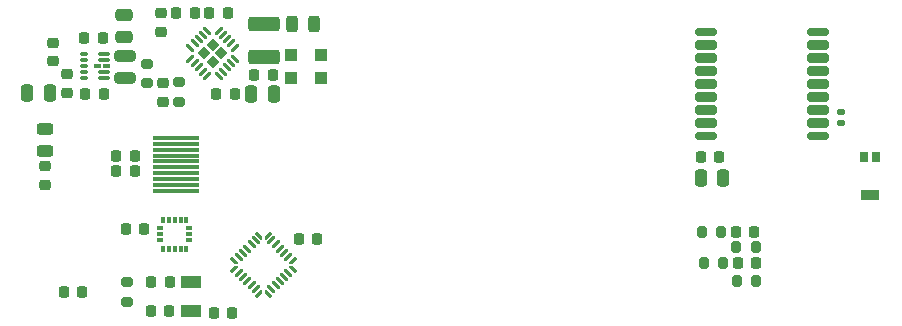
<source format=gbr>
%TF.GenerationSoftware,KiCad,Pcbnew,(6.0.0)*%
%TF.CreationDate,2022-01-24T21:03:07-07:00*%
%TF.ProjectId,SolarGPS,536f6c61-7247-4505-932e-6b696361645f,rev?*%
%TF.SameCoordinates,Original*%
%TF.FileFunction,Paste,Top*%
%TF.FilePolarity,Positive*%
%FSLAX46Y46*%
G04 Gerber Fmt 4.6, Leading zero omitted, Abs format (unit mm)*
G04 Created by KiCad (PCBNEW (6.0.0)) date 2022-01-24 21:03:07*
%MOMM*%
%LPD*%
G01*
G04 APERTURE LIST*
G04 Aperture macros list*
%AMRoundRect*
0 Rectangle with rounded corners*
0 $1 Rounding radius*
0 $2 $3 $4 $5 $6 $7 $8 $9 X,Y pos of 4 corners*
0 Add a 4 corners polygon primitive as box body*
4,1,4,$2,$3,$4,$5,$6,$7,$8,$9,$2,$3,0*
0 Add four circle primitives for the rounded corners*
1,1,$1+$1,$2,$3*
1,1,$1+$1,$4,$5*
1,1,$1+$1,$6,$7*
1,1,$1+$1,$8,$9*
0 Add four rect primitives between the rounded corners*
20,1,$1+$1,$2,$3,$4,$5,0*
20,1,$1+$1,$4,$5,$6,$7,0*
20,1,$1+$1,$6,$7,$8,$9,0*
20,1,$1+$1,$8,$9,$2,$3,0*%
%AMOutline4P*
0 Free polygon, 4 corners , with rotation*
0 The origin of the aperture is its center*
0 number of corners: always 4*
0 $1 to $8 corner X, Y*
0 $9 Rotation angle, in degrees counterclockwise*
0 create outline with 4 corners*
4,1,4,$1,$2,$3,$4,$5,$6,$7,$8,$1,$2,$9*%
%AMFreePoly0*
4,1,17,0.230680,0.111820,0.364318,-0.021819,0.364320,-0.021820,0.364320,-0.021821,0.377501,-0.053640,0.377500,-0.053642,0.377500,-0.080000,0.364320,-0.111820,0.332500,-0.125000,-0.332500,-0.125000,-0.364320,-0.111820,-0.377500,-0.080000,-0.377500,0.080000,-0.364320,0.111820,-0.332500,0.125000,0.198860,0.125000,0.230680,0.111820,0.230680,0.111820,$1*%
%AMFreePoly1*
4,1,17,0.364320,0.111820,0.377500,0.080000,0.377500,0.053642,0.377501,0.053640,0.369779,0.035000,0.364320,0.021820,0.364318,0.021819,0.230680,-0.111820,0.198860,-0.125000,-0.332500,-0.125000,-0.364320,-0.111820,-0.377500,-0.080000,-0.377500,0.080000,-0.364320,0.111820,-0.332500,0.125000,0.332500,0.125000,0.364320,0.111820,0.364320,0.111820,$1*%
%AMFreePoly2*
4,1,17,0.053642,0.377500,0.080000,0.377500,0.111820,0.364320,0.125000,0.332500,0.125000,-0.332500,0.111820,-0.364320,0.080000,-0.377500,-0.080000,-0.377500,-0.111820,-0.364320,-0.125000,-0.332500,-0.125000,0.198860,-0.111820,0.230680,0.021819,0.364318,0.021820,0.364320,0.031140,0.368181,0.053640,0.377501,0.053642,0.377500,0.053642,0.377500,$1*%
%AMFreePoly3*
4,1,17,-0.021820,0.364320,0.111818,0.230681,0.111820,0.230680,0.111820,0.230679,0.125001,0.198860,0.125000,0.198858,0.125000,-0.332500,0.111820,-0.364320,0.080000,-0.377500,-0.080000,-0.377500,-0.111820,-0.364320,-0.125000,-0.332500,-0.125000,0.332500,-0.111820,0.364320,-0.080000,0.377500,-0.053640,0.377500,-0.021820,0.364320,-0.021820,0.364320,$1*%
%AMFreePoly4*
4,1,17,0.364320,0.111820,0.377500,0.080000,0.377500,-0.080000,0.364320,-0.111820,0.332500,-0.125000,-0.198858,-0.125000,-0.198860,-0.125001,-0.221360,-0.115681,-0.230680,-0.111820,-0.230681,-0.111818,-0.364320,0.021820,-0.377500,0.053640,-0.377500,0.080000,-0.364320,0.111820,-0.332500,0.125000,0.332500,0.125000,0.364320,0.111820,0.364320,0.111820,$1*%
%AMFreePoly5*
4,1,17,-0.198858,0.125000,0.332500,0.125000,0.364320,0.111820,0.377500,0.080000,0.377500,-0.080000,0.364320,-0.111820,0.332500,-0.125000,-0.332500,-0.125000,-0.364320,-0.111820,-0.377500,-0.080000,-0.377500,-0.053640,-0.364320,-0.021820,-0.230681,0.111818,-0.230680,0.111820,-0.221360,0.115681,-0.198860,0.125001,-0.198858,0.125000,-0.198858,0.125000,$1*%
%AMFreePoly6*
4,1,17,0.111820,0.364320,0.125000,0.332500,0.125000,-0.198858,0.125001,-0.198860,0.115681,-0.221360,0.111820,-0.230680,0.111818,-0.230681,-0.021820,-0.364320,-0.053640,-0.377500,-0.080000,-0.377500,-0.111820,-0.364320,-0.125000,-0.332500,-0.125000,0.332500,-0.111820,0.364320,-0.080000,0.377500,0.080000,0.377500,0.111820,0.364320,0.111820,0.364320,$1*%
%AMFreePoly7*
4,1,17,0.111820,0.364320,0.125000,0.332500,0.125000,-0.332500,0.111820,-0.364320,0.080000,-0.377500,0.053642,-0.377500,0.053640,-0.377501,0.031140,-0.368181,0.021820,-0.364320,0.021819,-0.364318,-0.111820,-0.230680,-0.125000,-0.198860,-0.125000,0.332500,-0.111820,0.364320,-0.080000,0.377500,0.080000,0.377500,0.111820,0.364320,0.111820,0.364320,$1*%
G04 Aperture macros list end*
%ADD10C,0.010000*%
%ADD11RoundRect,0.062500X0.220971X0.309359X-0.309359X-0.220971X-0.220971X-0.309359X0.309359X0.220971X0*%
%ADD12RoundRect,0.062500X-0.220971X0.309359X-0.309359X0.220971X0.220971X-0.309359X0.309359X-0.220971X0*%
%ADD13RoundRect,0.202500X0.000000X0.286378X-0.286378X0.000000X0.000000X-0.286378X0.286378X0.000000X0*%
%ADD14RoundRect,0.250000X-0.250000X-0.475000X0.250000X-0.475000X0.250000X0.475000X-0.250000X0.475000X0*%
%ADD15RoundRect,0.225000X-0.225000X-0.250000X0.225000X-0.250000X0.225000X0.250000X-0.225000X0.250000X0*%
%ADD16R,4.000000X0.300000*%
%ADD17R,1.800000X1.000000*%
%ADD18FreePoly0,45.000000*%
%ADD19RoundRect,0.062500X-0.220971X-0.309359X0.309359X0.220971X0.220971X0.309359X-0.309359X-0.220971X0*%
%ADD20FreePoly1,45.000000*%
%ADD21FreePoly2,45.000000*%
%ADD22RoundRect,0.062500X0.220971X-0.309359X0.309359X-0.220971X-0.220971X0.309359X-0.309359X0.220971X0*%
%ADD23FreePoly3,45.000000*%
%ADD24FreePoly4,45.000000*%
%ADD25FreePoly5,45.000000*%
%ADD26FreePoly6,45.000000*%
%ADD27FreePoly7,45.000000*%
%ADD28RoundRect,0.200000X0.275000X-0.200000X0.275000X0.200000X-0.275000X0.200000X-0.275000X-0.200000X0*%
%ADD29RoundRect,0.225000X0.225000X0.250000X-0.225000X0.250000X-0.225000X-0.250000X0.225000X-0.250000X0*%
%ADD30RoundRect,0.250000X-0.475000X0.250000X-0.475000X-0.250000X0.475000X-0.250000X0.475000X0.250000X0*%
%ADD31RoundRect,0.218750X0.256250X-0.218750X0.256250X0.218750X-0.256250X0.218750X-0.256250X-0.218750X0*%
%ADD32RoundRect,0.243750X-0.456250X0.243750X-0.456250X-0.243750X0.456250X-0.243750X0.456250X0.243750X0*%
%ADD33RoundRect,0.218750X-0.218750X-0.256250X0.218750X-0.256250X0.218750X0.256250X-0.218750X0.256250X0*%
%ADD34RoundRect,0.218750X-0.256250X0.218750X-0.256250X-0.218750X0.256250X-0.218750X0.256250X0.218750X0*%
%ADD35RoundRect,0.012500X-0.287500X-0.112500X0.287500X-0.112500X0.287500X0.112500X-0.287500X0.112500X0*%
%ADD36RoundRect,0.012500X-0.437500X-0.112500X0.437500X-0.112500X0.437500X0.112500X-0.437500X0.112500X0*%
%ADD37RoundRect,0.243750X-0.656250X0.243750X-0.656250X-0.243750X0.656250X-0.243750X0.656250X0.243750X0*%
%ADD38RoundRect,0.243750X-0.243750X-0.456250X0.243750X-0.456250X0.243750X0.456250X-0.243750X0.456250X0*%
%ADD39RoundRect,0.218750X0.218750X0.256250X-0.218750X0.256250X-0.218750X-0.256250X0.218750X-0.256250X0*%
%ADD40RoundRect,0.250000X-1.075000X0.375000X-1.075000X-0.375000X1.075000X-0.375000X1.075000X0.375000X0*%
%ADD41RoundRect,0.250000X0.250000X0.475000X-0.250000X0.475000X-0.250000X-0.475000X0.250000X-0.475000X0*%
%ADD42RoundRect,0.087500X0.087500X-0.187500X0.087500X0.187500X-0.087500X0.187500X-0.087500X-0.187500X0*%
%ADD43RoundRect,0.087500X0.187500X-0.087500X0.187500X0.087500X-0.187500X0.087500X-0.187500X-0.087500X0*%
%ADD44R,1.000000X1.000000*%
%ADD45RoundRect,0.200000X0.200000X0.275000X-0.200000X0.275000X-0.200000X-0.275000X0.200000X-0.275000X0*%
%ADD46RoundRect,0.225000X0.250000X-0.225000X0.250000X0.225000X-0.250000X0.225000X-0.250000X-0.225000X0*%
%ADD47RoundRect,0.147500X-0.172500X0.147500X-0.172500X-0.147500X0.172500X-0.147500X0.172500X0.147500X0*%
%ADD48RoundRect,0.175000X-0.725000X-0.175000X0.725000X-0.175000X0.725000X0.175000X-0.725000X0.175000X0*%
%ADD49RoundRect,0.200000X-0.700000X-0.200000X0.700000X-0.200000X0.700000X0.200000X-0.700000X0.200000X0*%
%ADD50Outline4P,-0.400000X-0.325000X0.400000X-0.325000X0.400000X0.325000X-0.400000X0.325000X90.000000*%
%ADD51Outline4P,-0.400000X-0.800000X0.400000X-0.800000X0.400000X0.800000X-0.400000X0.800000X90.000000*%
G04 APERTURE END LIST*
D10*
%TO.C,U7*%
X58375000Y-55275000D02*
X57925000Y-55275000D01*
X57925000Y-55275000D02*
X57922000Y-55275000D01*
X57922000Y-55275000D02*
X57920000Y-55275000D01*
X57920000Y-55275000D02*
X57917000Y-55274000D01*
X57917000Y-55274000D02*
X57915000Y-55274000D01*
X57915000Y-55274000D02*
X57912000Y-55273000D01*
X57912000Y-55273000D02*
X57910000Y-55273000D01*
X57910000Y-55273000D02*
X57907000Y-55272000D01*
X57907000Y-55272000D02*
X57905000Y-55271000D01*
X57905000Y-55271000D02*
X57902000Y-55270000D01*
X57902000Y-55270000D02*
X57900000Y-55268000D01*
X57900000Y-55268000D02*
X57898000Y-55267000D01*
X57898000Y-55267000D02*
X57896000Y-55265000D01*
X57896000Y-55265000D02*
X57894000Y-55264000D01*
X57894000Y-55264000D02*
X57892000Y-55262000D01*
X57892000Y-55262000D02*
X57890000Y-55260000D01*
X57890000Y-55260000D02*
X57888000Y-55258000D01*
X57888000Y-55258000D02*
X57886000Y-55256000D01*
X57886000Y-55256000D02*
X57885000Y-55254000D01*
X57885000Y-55254000D02*
X57883000Y-55252000D01*
X57883000Y-55252000D02*
X57882000Y-55250000D01*
X57882000Y-55250000D02*
X57880000Y-55248000D01*
X57880000Y-55248000D02*
X57879000Y-55245000D01*
X57879000Y-55245000D02*
X57878000Y-55243000D01*
X57878000Y-55243000D02*
X57877000Y-55240000D01*
X57877000Y-55240000D02*
X57877000Y-55238000D01*
X57877000Y-55238000D02*
X57876000Y-55235000D01*
X57876000Y-55235000D02*
X57876000Y-55233000D01*
X57876000Y-55233000D02*
X57875000Y-55230000D01*
X57875000Y-55230000D02*
X57875000Y-55228000D01*
X57875000Y-55228000D02*
X57875000Y-55225000D01*
X57875000Y-55225000D02*
X57875000Y-55075000D01*
X57875000Y-55075000D02*
X57875000Y-55072000D01*
X57875000Y-55072000D02*
X57875000Y-55070000D01*
X57875000Y-55070000D02*
X57876000Y-55067000D01*
X57876000Y-55067000D02*
X57876000Y-55065000D01*
X57876000Y-55065000D02*
X57877000Y-55062000D01*
X57877000Y-55062000D02*
X57877000Y-55060000D01*
X57877000Y-55060000D02*
X57878000Y-55057000D01*
X57878000Y-55057000D02*
X57879000Y-55055000D01*
X57879000Y-55055000D02*
X57880000Y-55052000D01*
X57880000Y-55052000D02*
X57882000Y-55050000D01*
X57882000Y-55050000D02*
X57883000Y-55048000D01*
X57883000Y-55048000D02*
X57885000Y-55046000D01*
X57885000Y-55046000D02*
X57886000Y-55044000D01*
X57886000Y-55044000D02*
X57888000Y-55042000D01*
X57888000Y-55042000D02*
X57890000Y-55040000D01*
X57890000Y-55040000D02*
X57892000Y-55038000D01*
X57892000Y-55038000D02*
X57894000Y-55036000D01*
X57894000Y-55036000D02*
X57896000Y-55035000D01*
X57896000Y-55035000D02*
X57898000Y-55033000D01*
X57898000Y-55033000D02*
X57900000Y-55032000D01*
X57900000Y-55032000D02*
X57902000Y-55030000D01*
X57902000Y-55030000D02*
X57905000Y-55029000D01*
X57905000Y-55029000D02*
X57907000Y-55028000D01*
X57907000Y-55028000D02*
X57910000Y-55027000D01*
X57910000Y-55027000D02*
X57912000Y-55027000D01*
X57912000Y-55027000D02*
X57915000Y-55026000D01*
X57915000Y-55026000D02*
X57917000Y-55026000D01*
X57917000Y-55026000D02*
X57920000Y-55025000D01*
X57920000Y-55025000D02*
X57922000Y-55025000D01*
X57922000Y-55025000D02*
X57925000Y-55025000D01*
X57925000Y-55025000D02*
X58375000Y-55025000D01*
X58375000Y-55025000D02*
X58378000Y-55025000D01*
X58378000Y-55025000D02*
X58380000Y-55025000D01*
X58380000Y-55025000D02*
X58383000Y-55026000D01*
X58383000Y-55026000D02*
X58385000Y-55026000D01*
X58385000Y-55026000D02*
X58388000Y-55027000D01*
X58388000Y-55027000D02*
X58390000Y-55027000D01*
X58390000Y-55027000D02*
X58393000Y-55028000D01*
X58393000Y-55028000D02*
X58395000Y-55029000D01*
X58395000Y-55029000D02*
X58398000Y-55030000D01*
X58398000Y-55030000D02*
X58400000Y-55032000D01*
X58400000Y-55032000D02*
X58402000Y-55033000D01*
X58402000Y-55033000D02*
X58404000Y-55035000D01*
X58404000Y-55035000D02*
X58406000Y-55036000D01*
X58406000Y-55036000D02*
X58408000Y-55038000D01*
X58408000Y-55038000D02*
X58410000Y-55040000D01*
X58410000Y-55040000D02*
X58412000Y-55042000D01*
X58412000Y-55042000D02*
X58414000Y-55044000D01*
X58414000Y-55044000D02*
X58415000Y-55046000D01*
X58415000Y-55046000D02*
X58417000Y-55048000D01*
X58417000Y-55048000D02*
X58418000Y-55050000D01*
X58418000Y-55050000D02*
X58420000Y-55052000D01*
X58420000Y-55052000D02*
X58421000Y-55055000D01*
X58421000Y-55055000D02*
X58422000Y-55057000D01*
X58422000Y-55057000D02*
X58423000Y-55060000D01*
X58423000Y-55060000D02*
X58423000Y-55062000D01*
X58423000Y-55062000D02*
X58424000Y-55065000D01*
X58424000Y-55065000D02*
X58424000Y-55067000D01*
X58424000Y-55067000D02*
X58425000Y-55070000D01*
X58425000Y-55070000D02*
X58425000Y-55072000D01*
X58425000Y-55072000D02*
X58425000Y-55075000D01*
X58425000Y-55075000D02*
X58425000Y-55225000D01*
X58425000Y-55225000D02*
X58425000Y-55228000D01*
X58425000Y-55228000D02*
X58425000Y-55230000D01*
X58425000Y-55230000D02*
X58424000Y-55233000D01*
X58424000Y-55233000D02*
X58424000Y-55235000D01*
X58424000Y-55235000D02*
X58423000Y-55238000D01*
X58423000Y-55238000D02*
X58423000Y-55240000D01*
X58423000Y-55240000D02*
X58422000Y-55243000D01*
X58422000Y-55243000D02*
X58421000Y-55245000D01*
X58421000Y-55245000D02*
X58420000Y-55248000D01*
X58420000Y-55248000D02*
X58418000Y-55250000D01*
X58418000Y-55250000D02*
X58417000Y-55252000D01*
X58417000Y-55252000D02*
X58415000Y-55254000D01*
X58415000Y-55254000D02*
X58414000Y-55256000D01*
X58414000Y-55256000D02*
X58412000Y-55258000D01*
X58412000Y-55258000D02*
X58410000Y-55260000D01*
X58410000Y-55260000D02*
X58408000Y-55262000D01*
X58408000Y-55262000D02*
X58406000Y-55264000D01*
X58406000Y-55264000D02*
X58404000Y-55265000D01*
X58404000Y-55265000D02*
X58402000Y-55267000D01*
X58402000Y-55267000D02*
X58400000Y-55268000D01*
X58400000Y-55268000D02*
X58398000Y-55270000D01*
X58398000Y-55270000D02*
X58395000Y-55271000D01*
X58395000Y-55271000D02*
X58393000Y-55272000D01*
X58393000Y-55272000D02*
X58390000Y-55273000D01*
X58390000Y-55273000D02*
X58388000Y-55273000D01*
X58388000Y-55273000D02*
X58385000Y-55274000D01*
X58385000Y-55274000D02*
X58383000Y-55274000D01*
X58383000Y-55274000D02*
X58380000Y-55275000D01*
X58380000Y-55275000D02*
X58378000Y-55275000D01*
X58378000Y-55275000D02*
X58375000Y-55275000D01*
X58375000Y-55275000D02*
X58375000Y-55275000D01*
G36*
X58383000Y-55026000D02*
G01*
X58385000Y-55026000D01*
X58388000Y-55027000D01*
X58390000Y-55027000D01*
X58393000Y-55028000D01*
X58395000Y-55029000D01*
X58398000Y-55030000D01*
X58400000Y-55032000D01*
X58402000Y-55033000D01*
X58404000Y-55035000D01*
X58406000Y-55036000D01*
X58414000Y-55044000D01*
X58415000Y-55046000D01*
X58417000Y-55048000D01*
X58418000Y-55050000D01*
X58420000Y-55052000D01*
X58421000Y-55055000D01*
X58422000Y-55057000D01*
X58423000Y-55060000D01*
X58423000Y-55062000D01*
X58424000Y-55065000D01*
X58424000Y-55067000D01*
X58425000Y-55070000D01*
X58425000Y-55230000D01*
X58424000Y-55233000D01*
X58424000Y-55235000D01*
X58423000Y-55238000D01*
X58423000Y-55240000D01*
X58422000Y-55243000D01*
X58421000Y-55245000D01*
X58420000Y-55248000D01*
X58418000Y-55250000D01*
X58417000Y-55252000D01*
X58415000Y-55254000D01*
X58414000Y-55256000D01*
X58406000Y-55264000D01*
X58404000Y-55265000D01*
X58402000Y-55267000D01*
X58400000Y-55268000D01*
X58398000Y-55270000D01*
X58395000Y-55271000D01*
X58393000Y-55272000D01*
X58390000Y-55273000D01*
X58388000Y-55273000D01*
X58385000Y-55274000D01*
X58383000Y-55274000D01*
X58380000Y-55275000D01*
X57920000Y-55275000D01*
X57917000Y-55274000D01*
X57915000Y-55274000D01*
X57912000Y-55273000D01*
X57910000Y-55273000D01*
X57907000Y-55272000D01*
X57905000Y-55271000D01*
X57902000Y-55270000D01*
X57900000Y-55268000D01*
X57898000Y-55267000D01*
X57896000Y-55265000D01*
X57894000Y-55264000D01*
X57886000Y-55256000D01*
X57885000Y-55254000D01*
X57883000Y-55252000D01*
X57882000Y-55250000D01*
X57880000Y-55248000D01*
X57879000Y-55245000D01*
X57878000Y-55243000D01*
X57877000Y-55240000D01*
X57877000Y-55238000D01*
X57876000Y-55235000D01*
X57876000Y-55233000D01*
X57875000Y-55230000D01*
X57875000Y-55070000D01*
X57876000Y-55067000D01*
X57876000Y-55065000D01*
X57877000Y-55062000D01*
X57877000Y-55060000D01*
X57878000Y-55057000D01*
X57879000Y-55055000D01*
X57880000Y-55052000D01*
X57882000Y-55050000D01*
X57883000Y-55048000D01*
X57885000Y-55046000D01*
X57886000Y-55044000D01*
X57894000Y-55036000D01*
X57896000Y-55035000D01*
X57898000Y-55033000D01*
X57900000Y-55032000D01*
X57902000Y-55030000D01*
X57905000Y-55029000D01*
X57907000Y-55028000D01*
X57910000Y-55027000D01*
X57912000Y-55027000D01*
X57915000Y-55026000D01*
X57917000Y-55026000D01*
X57920000Y-55025000D01*
X58380000Y-55025000D01*
X58383000Y-55026000D01*
G37*
X58383000Y-55026000D02*
X58385000Y-55026000D01*
X58388000Y-55027000D01*
X58390000Y-55027000D01*
X58393000Y-55028000D01*
X58395000Y-55029000D01*
X58398000Y-55030000D01*
X58400000Y-55032000D01*
X58402000Y-55033000D01*
X58404000Y-55035000D01*
X58406000Y-55036000D01*
X58414000Y-55044000D01*
X58415000Y-55046000D01*
X58417000Y-55048000D01*
X58418000Y-55050000D01*
X58420000Y-55052000D01*
X58421000Y-55055000D01*
X58422000Y-55057000D01*
X58423000Y-55060000D01*
X58423000Y-55062000D01*
X58424000Y-55065000D01*
X58424000Y-55067000D01*
X58425000Y-55070000D01*
X58425000Y-55230000D01*
X58424000Y-55233000D01*
X58424000Y-55235000D01*
X58423000Y-55238000D01*
X58423000Y-55240000D01*
X58422000Y-55243000D01*
X58421000Y-55245000D01*
X58420000Y-55248000D01*
X58418000Y-55250000D01*
X58417000Y-55252000D01*
X58415000Y-55254000D01*
X58414000Y-55256000D01*
X58406000Y-55264000D01*
X58404000Y-55265000D01*
X58402000Y-55267000D01*
X58400000Y-55268000D01*
X58398000Y-55270000D01*
X58395000Y-55271000D01*
X58393000Y-55272000D01*
X58390000Y-55273000D01*
X58388000Y-55273000D01*
X58385000Y-55274000D01*
X58383000Y-55274000D01*
X58380000Y-55275000D01*
X57920000Y-55275000D01*
X57917000Y-55274000D01*
X57915000Y-55274000D01*
X57912000Y-55273000D01*
X57910000Y-55273000D01*
X57907000Y-55272000D01*
X57905000Y-55271000D01*
X57902000Y-55270000D01*
X57900000Y-55268000D01*
X57898000Y-55267000D01*
X57896000Y-55265000D01*
X57894000Y-55264000D01*
X57886000Y-55256000D01*
X57885000Y-55254000D01*
X57883000Y-55252000D01*
X57882000Y-55250000D01*
X57880000Y-55248000D01*
X57879000Y-55245000D01*
X57878000Y-55243000D01*
X57877000Y-55240000D01*
X57877000Y-55238000D01*
X57876000Y-55235000D01*
X57876000Y-55233000D01*
X57875000Y-55230000D01*
X57875000Y-55070000D01*
X57876000Y-55067000D01*
X57876000Y-55065000D01*
X57877000Y-55062000D01*
X57877000Y-55060000D01*
X57878000Y-55057000D01*
X57879000Y-55055000D01*
X57880000Y-55052000D01*
X57882000Y-55050000D01*
X57883000Y-55048000D01*
X57885000Y-55046000D01*
X57886000Y-55044000D01*
X57894000Y-55036000D01*
X57896000Y-55035000D01*
X57898000Y-55033000D01*
X57900000Y-55032000D01*
X57902000Y-55030000D01*
X57905000Y-55029000D01*
X57907000Y-55028000D01*
X57910000Y-55027000D01*
X57912000Y-55027000D01*
X57915000Y-55026000D01*
X57917000Y-55026000D01*
X57920000Y-55025000D01*
X58380000Y-55025000D01*
X58383000Y-55026000D01*
X57625000Y-55275000D02*
X57175000Y-55275000D01*
X57175000Y-55275000D02*
X57172000Y-55275000D01*
X57172000Y-55275000D02*
X57170000Y-55275000D01*
X57170000Y-55275000D02*
X57167000Y-55274000D01*
X57167000Y-55274000D02*
X57165000Y-55274000D01*
X57165000Y-55274000D02*
X57162000Y-55273000D01*
X57162000Y-55273000D02*
X57160000Y-55273000D01*
X57160000Y-55273000D02*
X57157000Y-55272000D01*
X57157000Y-55272000D02*
X57155000Y-55271000D01*
X57155000Y-55271000D02*
X57152000Y-55270000D01*
X57152000Y-55270000D02*
X57150000Y-55268000D01*
X57150000Y-55268000D02*
X57148000Y-55267000D01*
X57148000Y-55267000D02*
X57146000Y-55265000D01*
X57146000Y-55265000D02*
X57144000Y-55264000D01*
X57144000Y-55264000D02*
X57142000Y-55262000D01*
X57142000Y-55262000D02*
X57140000Y-55260000D01*
X57140000Y-55260000D02*
X57138000Y-55258000D01*
X57138000Y-55258000D02*
X57136000Y-55256000D01*
X57136000Y-55256000D02*
X57135000Y-55254000D01*
X57135000Y-55254000D02*
X57133000Y-55252000D01*
X57133000Y-55252000D02*
X57132000Y-55250000D01*
X57132000Y-55250000D02*
X57130000Y-55248000D01*
X57130000Y-55248000D02*
X57129000Y-55245000D01*
X57129000Y-55245000D02*
X57128000Y-55243000D01*
X57128000Y-55243000D02*
X57127000Y-55240000D01*
X57127000Y-55240000D02*
X57127000Y-55238000D01*
X57127000Y-55238000D02*
X57126000Y-55235000D01*
X57126000Y-55235000D02*
X57126000Y-55233000D01*
X57126000Y-55233000D02*
X57125000Y-55230000D01*
X57125000Y-55230000D02*
X57125000Y-55228000D01*
X57125000Y-55228000D02*
X57125000Y-55225000D01*
X57125000Y-55225000D02*
X57125000Y-55075000D01*
X57125000Y-55075000D02*
X57125000Y-55072000D01*
X57125000Y-55072000D02*
X57125000Y-55070000D01*
X57125000Y-55070000D02*
X57126000Y-55067000D01*
X57126000Y-55067000D02*
X57126000Y-55065000D01*
X57126000Y-55065000D02*
X57127000Y-55062000D01*
X57127000Y-55062000D02*
X57127000Y-55060000D01*
X57127000Y-55060000D02*
X57128000Y-55057000D01*
X57128000Y-55057000D02*
X57129000Y-55055000D01*
X57129000Y-55055000D02*
X57130000Y-55052000D01*
X57130000Y-55052000D02*
X57132000Y-55050000D01*
X57132000Y-55050000D02*
X57133000Y-55048000D01*
X57133000Y-55048000D02*
X57135000Y-55046000D01*
X57135000Y-55046000D02*
X57136000Y-55044000D01*
X57136000Y-55044000D02*
X57138000Y-55042000D01*
X57138000Y-55042000D02*
X57140000Y-55040000D01*
X57140000Y-55040000D02*
X57142000Y-55038000D01*
X57142000Y-55038000D02*
X57144000Y-55036000D01*
X57144000Y-55036000D02*
X57146000Y-55035000D01*
X57146000Y-55035000D02*
X57148000Y-55033000D01*
X57148000Y-55033000D02*
X57150000Y-55032000D01*
X57150000Y-55032000D02*
X57152000Y-55030000D01*
X57152000Y-55030000D02*
X57155000Y-55029000D01*
X57155000Y-55029000D02*
X57157000Y-55028000D01*
X57157000Y-55028000D02*
X57160000Y-55027000D01*
X57160000Y-55027000D02*
X57162000Y-55027000D01*
X57162000Y-55027000D02*
X57165000Y-55026000D01*
X57165000Y-55026000D02*
X57167000Y-55026000D01*
X57167000Y-55026000D02*
X57170000Y-55025000D01*
X57170000Y-55025000D02*
X57172000Y-55025000D01*
X57172000Y-55025000D02*
X57175000Y-55025000D01*
X57175000Y-55025000D02*
X57625000Y-55025000D01*
X57625000Y-55025000D02*
X57628000Y-55025000D01*
X57628000Y-55025000D02*
X57630000Y-55025000D01*
X57630000Y-55025000D02*
X57633000Y-55026000D01*
X57633000Y-55026000D02*
X57635000Y-55026000D01*
X57635000Y-55026000D02*
X57638000Y-55027000D01*
X57638000Y-55027000D02*
X57640000Y-55027000D01*
X57640000Y-55027000D02*
X57643000Y-55028000D01*
X57643000Y-55028000D02*
X57645000Y-55029000D01*
X57645000Y-55029000D02*
X57648000Y-55030000D01*
X57648000Y-55030000D02*
X57650000Y-55032000D01*
X57650000Y-55032000D02*
X57652000Y-55033000D01*
X57652000Y-55033000D02*
X57654000Y-55035000D01*
X57654000Y-55035000D02*
X57656000Y-55036000D01*
X57656000Y-55036000D02*
X57658000Y-55038000D01*
X57658000Y-55038000D02*
X57660000Y-55040000D01*
X57660000Y-55040000D02*
X57662000Y-55042000D01*
X57662000Y-55042000D02*
X57664000Y-55044000D01*
X57664000Y-55044000D02*
X57665000Y-55046000D01*
X57665000Y-55046000D02*
X57667000Y-55048000D01*
X57667000Y-55048000D02*
X57668000Y-55050000D01*
X57668000Y-55050000D02*
X57670000Y-55052000D01*
X57670000Y-55052000D02*
X57671000Y-55055000D01*
X57671000Y-55055000D02*
X57672000Y-55057000D01*
X57672000Y-55057000D02*
X57673000Y-55060000D01*
X57673000Y-55060000D02*
X57673000Y-55062000D01*
X57673000Y-55062000D02*
X57674000Y-55065000D01*
X57674000Y-55065000D02*
X57674000Y-55067000D01*
X57674000Y-55067000D02*
X57675000Y-55070000D01*
X57675000Y-55070000D02*
X57675000Y-55072000D01*
X57675000Y-55072000D02*
X57675000Y-55075000D01*
X57675000Y-55075000D02*
X57675000Y-55225000D01*
X57675000Y-55225000D02*
X57675000Y-55228000D01*
X57675000Y-55228000D02*
X57675000Y-55230000D01*
X57675000Y-55230000D02*
X57674000Y-55233000D01*
X57674000Y-55233000D02*
X57674000Y-55235000D01*
X57674000Y-55235000D02*
X57673000Y-55238000D01*
X57673000Y-55238000D02*
X57673000Y-55240000D01*
X57673000Y-55240000D02*
X57672000Y-55243000D01*
X57672000Y-55243000D02*
X57671000Y-55245000D01*
X57671000Y-55245000D02*
X57670000Y-55248000D01*
X57670000Y-55248000D02*
X57668000Y-55250000D01*
X57668000Y-55250000D02*
X57667000Y-55252000D01*
X57667000Y-55252000D02*
X57665000Y-55254000D01*
X57665000Y-55254000D02*
X57664000Y-55256000D01*
X57664000Y-55256000D02*
X57662000Y-55258000D01*
X57662000Y-55258000D02*
X57660000Y-55260000D01*
X57660000Y-55260000D02*
X57658000Y-55262000D01*
X57658000Y-55262000D02*
X57656000Y-55264000D01*
X57656000Y-55264000D02*
X57654000Y-55265000D01*
X57654000Y-55265000D02*
X57652000Y-55267000D01*
X57652000Y-55267000D02*
X57650000Y-55268000D01*
X57650000Y-55268000D02*
X57648000Y-55270000D01*
X57648000Y-55270000D02*
X57645000Y-55271000D01*
X57645000Y-55271000D02*
X57643000Y-55272000D01*
X57643000Y-55272000D02*
X57640000Y-55273000D01*
X57640000Y-55273000D02*
X57638000Y-55273000D01*
X57638000Y-55273000D02*
X57635000Y-55274000D01*
X57635000Y-55274000D02*
X57633000Y-55274000D01*
X57633000Y-55274000D02*
X57630000Y-55275000D01*
X57630000Y-55275000D02*
X57628000Y-55275000D01*
X57628000Y-55275000D02*
X57625000Y-55275000D01*
X57625000Y-55275000D02*
X57625000Y-55275000D01*
G36*
X57633000Y-55026000D02*
G01*
X57635000Y-55026000D01*
X57638000Y-55027000D01*
X57640000Y-55027000D01*
X57643000Y-55028000D01*
X57645000Y-55029000D01*
X57648000Y-55030000D01*
X57650000Y-55032000D01*
X57652000Y-55033000D01*
X57654000Y-55035000D01*
X57656000Y-55036000D01*
X57664000Y-55044000D01*
X57665000Y-55046000D01*
X57667000Y-55048000D01*
X57668000Y-55050000D01*
X57670000Y-55052000D01*
X57671000Y-55055000D01*
X57672000Y-55057000D01*
X57673000Y-55060000D01*
X57673000Y-55062000D01*
X57674000Y-55065000D01*
X57674000Y-55067000D01*
X57675000Y-55070000D01*
X57675000Y-55230000D01*
X57674000Y-55233000D01*
X57674000Y-55235000D01*
X57673000Y-55238000D01*
X57673000Y-55240000D01*
X57672000Y-55243000D01*
X57671000Y-55245000D01*
X57670000Y-55248000D01*
X57668000Y-55250000D01*
X57667000Y-55252000D01*
X57665000Y-55254000D01*
X57664000Y-55256000D01*
X57656000Y-55264000D01*
X57654000Y-55265000D01*
X57652000Y-55267000D01*
X57650000Y-55268000D01*
X57648000Y-55270000D01*
X57645000Y-55271000D01*
X57643000Y-55272000D01*
X57640000Y-55273000D01*
X57638000Y-55273000D01*
X57635000Y-55274000D01*
X57633000Y-55274000D01*
X57630000Y-55275000D01*
X57170000Y-55275000D01*
X57167000Y-55274000D01*
X57165000Y-55274000D01*
X57162000Y-55273000D01*
X57160000Y-55273000D01*
X57157000Y-55272000D01*
X57155000Y-55271000D01*
X57152000Y-55270000D01*
X57150000Y-55268000D01*
X57148000Y-55267000D01*
X57146000Y-55265000D01*
X57144000Y-55264000D01*
X57136000Y-55256000D01*
X57135000Y-55254000D01*
X57133000Y-55252000D01*
X57132000Y-55250000D01*
X57130000Y-55248000D01*
X57129000Y-55245000D01*
X57128000Y-55243000D01*
X57127000Y-55240000D01*
X57127000Y-55238000D01*
X57126000Y-55235000D01*
X57126000Y-55233000D01*
X57125000Y-55230000D01*
X57125000Y-55070000D01*
X57126000Y-55067000D01*
X57126000Y-55065000D01*
X57127000Y-55062000D01*
X57127000Y-55060000D01*
X57128000Y-55057000D01*
X57129000Y-55055000D01*
X57130000Y-55052000D01*
X57132000Y-55050000D01*
X57133000Y-55048000D01*
X57135000Y-55046000D01*
X57136000Y-55044000D01*
X57144000Y-55036000D01*
X57146000Y-55035000D01*
X57148000Y-55033000D01*
X57150000Y-55032000D01*
X57152000Y-55030000D01*
X57155000Y-55029000D01*
X57157000Y-55028000D01*
X57160000Y-55027000D01*
X57162000Y-55027000D01*
X57165000Y-55026000D01*
X57167000Y-55026000D01*
X57170000Y-55025000D01*
X57630000Y-55025000D01*
X57633000Y-55026000D01*
G37*
X57633000Y-55026000D02*
X57635000Y-55026000D01*
X57638000Y-55027000D01*
X57640000Y-55027000D01*
X57643000Y-55028000D01*
X57645000Y-55029000D01*
X57648000Y-55030000D01*
X57650000Y-55032000D01*
X57652000Y-55033000D01*
X57654000Y-55035000D01*
X57656000Y-55036000D01*
X57664000Y-55044000D01*
X57665000Y-55046000D01*
X57667000Y-55048000D01*
X57668000Y-55050000D01*
X57670000Y-55052000D01*
X57671000Y-55055000D01*
X57672000Y-55057000D01*
X57673000Y-55060000D01*
X57673000Y-55062000D01*
X57674000Y-55065000D01*
X57674000Y-55067000D01*
X57675000Y-55070000D01*
X57675000Y-55230000D01*
X57674000Y-55233000D01*
X57674000Y-55235000D01*
X57673000Y-55238000D01*
X57673000Y-55240000D01*
X57672000Y-55243000D01*
X57671000Y-55245000D01*
X57670000Y-55248000D01*
X57668000Y-55250000D01*
X57667000Y-55252000D01*
X57665000Y-55254000D01*
X57664000Y-55256000D01*
X57656000Y-55264000D01*
X57654000Y-55265000D01*
X57652000Y-55267000D01*
X57650000Y-55268000D01*
X57648000Y-55270000D01*
X57645000Y-55271000D01*
X57643000Y-55272000D01*
X57640000Y-55273000D01*
X57638000Y-55273000D01*
X57635000Y-55274000D01*
X57633000Y-55274000D01*
X57630000Y-55275000D01*
X57170000Y-55275000D01*
X57167000Y-55274000D01*
X57165000Y-55274000D01*
X57162000Y-55273000D01*
X57160000Y-55273000D01*
X57157000Y-55272000D01*
X57155000Y-55271000D01*
X57152000Y-55270000D01*
X57150000Y-55268000D01*
X57148000Y-55267000D01*
X57146000Y-55265000D01*
X57144000Y-55264000D01*
X57136000Y-55256000D01*
X57135000Y-55254000D01*
X57133000Y-55252000D01*
X57132000Y-55250000D01*
X57130000Y-55248000D01*
X57129000Y-55245000D01*
X57128000Y-55243000D01*
X57127000Y-55240000D01*
X57127000Y-55238000D01*
X57126000Y-55235000D01*
X57126000Y-55233000D01*
X57125000Y-55230000D01*
X57125000Y-55070000D01*
X57126000Y-55067000D01*
X57126000Y-55065000D01*
X57127000Y-55062000D01*
X57127000Y-55060000D01*
X57128000Y-55057000D01*
X57129000Y-55055000D01*
X57130000Y-55052000D01*
X57132000Y-55050000D01*
X57133000Y-55048000D01*
X57135000Y-55046000D01*
X57136000Y-55044000D01*
X57144000Y-55036000D01*
X57146000Y-55035000D01*
X57148000Y-55033000D01*
X57150000Y-55032000D01*
X57152000Y-55030000D01*
X57155000Y-55029000D01*
X57157000Y-55028000D01*
X57160000Y-55027000D01*
X57162000Y-55027000D01*
X57165000Y-55026000D01*
X57167000Y-55026000D01*
X57170000Y-55025000D01*
X57630000Y-55025000D01*
X57633000Y-55026000D01*
%TD*%
D11*
%TO.C,U5*%
X69100349Y-53613864D03*
X68746796Y-53260311D03*
X68393243Y-52906757D03*
X68039689Y-52553204D03*
X67686136Y-52199651D03*
D12*
X66713864Y-52199651D03*
X66360311Y-52553204D03*
X66006757Y-52906757D03*
X65653204Y-53260311D03*
X65299651Y-53613864D03*
D11*
X65299651Y-54586136D03*
X65653204Y-54939689D03*
X66006757Y-55293243D03*
X66360311Y-55646796D03*
X66713864Y-56000349D03*
D12*
X67686136Y-56000349D03*
X68039689Y-55646796D03*
X68393243Y-55293243D03*
X68746796Y-54939689D03*
X69100349Y-54586136D03*
D13*
X67907107Y-54100000D03*
X67200000Y-53392893D03*
X67200000Y-54807107D03*
X66492893Y-54100000D03*
%TD*%
D14*
%TO.C,C13*%
X108500000Y-64650000D03*
X110400000Y-64650000D03*
%TD*%
D15*
%TO.C,C11*%
X74475000Y-69850000D03*
X76025000Y-69850000D03*
%TD*%
D16*
%TO.C,J1*%
X64070000Y-65750000D03*
X64070000Y-65250000D03*
X64070000Y-64750000D03*
X64070000Y-64250000D03*
X64070000Y-63750000D03*
X64070000Y-63250000D03*
X64070000Y-62750000D03*
X64070000Y-62250000D03*
X64070000Y-61750000D03*
X64070000Y-61250000D03*
%TD*%
D17*
%TO.C,Y1*%
X65330000Y-75940000D03*
X65330000Y-73440000D03*
%TD*%
D18*
%TO.C,U1*%
X69026894Y-72351786D03*
D19*
X69422874Y-72662913D03*
X69776427Y-73016466D03*
X70129981Y-73370019D03*
X70483534Y-73723573D03*
X70837087Y-74077126D03*
D20*
X71148214Y-74473106D03*
D21*
X71851786Y-74473106D03*
D22*
X72162913Y-74077126D03*
X72516466Y-73723573D03*
X72870019Y-73370019D03*
X73223573Y-73016466D03*
X73577126Y-72662913D03*
D23*
X73973106Y-72351786D03*
D24*
X73973106Y-71648214D03*
D19*
X73577126Y-71337087D03*
X73223573Y-70983534D03*
X72870019Y-70629981D03*
X72516466Y-70276427D03*
X72162913Y-69922874D03*
D25*
X71851786Y-69526894D03*
D26*
X71148214Y-69526894D03*
D22*
X70837087Y-69922874D03*
X70483534Y-70276427D03*
X70129981Y-70629981D03*
X69776427Y-70983534D03*
X69422874Y-71337087D03*
D27*
X69026894Y-71648214D03*
%TD*%
D28*
%TO.C,R1*%
X59950000Y-75125000D03*
X59950000Y-73475000D03*
%TD*%
D29*
%TO.C,C18*%
X56150000Y-74300000D03*
X54600000Y-74300000D03*
%TD*%
D30*
%TO.C,C12*%
X59700000Y-50850000D03*
X59700000Y-52750000D03*
%TD*%
D29*
%TO.C,C10*%
X61960000Y-75930000D03*
X63510000Y-75930000D03*
%TD*%
D14*
%TO.C,C7*%
X51500000Y-57450000D03*
X53400000Y-57450000D03*
%TD*%
D29*
%TO.C,C4*%
X63545000Y-73420000D03*
X61995000Y-73420000D03*
%TD*%
D31*
%TO.C,R3*%
X52950000Y-65225000D03*
X52950000Y-63650000D03*
%TD*%
D32*
%TO.C,D2*%
X52950000Y-60462500D03*
X52950000Y-62337500D03*
%TD*%
D33*
%TO.C,C5*%
X56412500Y-57550000D03*
X57987500Y-57550000D03*
%TD*%
%TO.C,C8*%
X56312500Y-52825000D03*
X57887500Y-52825000D03*
%TD*%
D34*
%TO.C,R4*%
X54875000Y-55875000D03*
X54875000Y-57450000D03*
%TD*%
%TO.C,R5*%
X53700000Y-53212500D03*
X53700000Y-54787500D03*
%TD*%
D35*
%TO.C,U7*%
X56325000Y-54150000D03*
X56325000Y-54650000D03*
X56325000Y-55150000D03*
X56325000Y-55650000D03*
X56325000Y-56150000D03*
D36*
X57975000Y-56150000D03*
X57975000Y-55650000D03*
X57975000Y-54650000D03*
X57975000Y-54150000D03*
%TD*%
D37*
%TO.C,L2*%
X59725000Y-54312500D03*
X59725000Y-56187500D03*
%TD*%
D38*
%TO.C,C3*%
X73862500Y-51650000D03*
X75737500Y-51650000D03*
%TD*%
D39*
%TO.C,C6*%
X68450000Y-50700000D03*
X66875000Y-50700000D03*
%TD*%
%TO.C,C19*%
X72300000Y-55900000D03*
X70725000Y-55900000D03*
%TD*%
D40*
%TO.C,L3*%
X71500000Y-51600000D03*
X71500000Y-54400000D03*
%TD*%
D33*
%TO.C,ROV3*%
X64100000Y-50700000D03*
X65675000Y-50700000D03*
%TD*%
D31*
%TO.C,ROV4*%
X62850000Y-52287500D03*
X62850000Y-50712500D03*
%TD*%
D33*
%TO.C,C9*%
X59012500Y-62760000D03*
X60587500Y-62760000D03*
%TD*%
%TO.C,C20*%
X59000000Y-64080000D03*
X60575000Y-64080000D03*
%TD*%
%TO.C,C15*%
X67475000Y-57550000D03*
X69050000Y-57550000D03*
%TD*%
D41*
%TO.C,C2*%
X72350000Y-57510000D03*
X70450000Y-57510000D03*
%TD*%
D29*
%TO.C,C25*%
X68825000Y-76050000D03*
X67275000Y-76050000D03*
%TD*%
D15*
%TO.C,C26*%
X59850000Y-68950000D03*
X61400000Y-68950000D03*
%TD*%
D42*
%TO.C,U6*%
X62970000Y-70635000D03*
X63470000Y-70635000D03*
X63970000Y-70635000D03*
X64470000Y-70635000D03*
X64970000Y-70635000D03*
D43*
X65195000Y-69910000D03*
X65195000Y-69410000D03*
X65195000Y-68910000D03*
D42*
X64970000Y-68185000D03*
X64470000Y-68185000D03*
X63970000Y-68185000D03*
X63470000Y-68185000D03*
X62970000Y-68185000D03*
D43*
X62745000Y-68910000D03*
X62745000Y-69410000D03*
X62745000Y-69910000D03*
%TD*%
D44*
%TO.C,D1*%
X73850000Y-56200000D03*
X76350000Y-56200000D03*
%TD*%
%TO.C,D3*%
X73850000Y-54250000D03*
X76350000Y-54250000D03*
%TD*%
D29*
%TO.C,C16*%
X113025000Y-69200000D03*
X111475000Y-69200000D03*
%TD*%
D45*
%TO.C,R2*%
X110250000Y-69200000D03*
X108600000Y-69200000D03*
%TD*%
%TO.C,R6*%
X113150000Y-70500000D03*
X111500000Y-70500000D03*
%TD*%
%TO.C,R12*%
X110400000Y-71850000D03*
X108750000Y-71850000D03*
%TD*%
D28*
%TO.C,R15*%
X64350000Y-58200000D03*
X64350000Y-56550000D03*
%TD*%
D45*
%TO.C,R13*%
X113225000Y-73400000D03*
X111575000Y-73400000D03*
%TD*%
D29*
%TO.C,C23*%
X113175000Y-71850000D03*
X111625000Y-71850000D03*
%TD*%
D46*
%TO.C,C28*%
X62950000Y-58200000D03*
X62950000Y-56650000D03*
%TD*%
D28*
%TO.C,R14*%
X61650000Y-56625000D03*
X61650000Y-54975000D03*
%TD*%
D47*
%TO.C,C1*%
X120350000Y-59040000D03*
X120350000Y-60010000D03*
%TD*%
D48*
%TO.C,U2*%
X108950000Y-52300000D03*
D49*
X108950000Y-53400000D03*
X108950000Y-54500000D03*
X108950000Y-55600000D03*
X108950000Y-56700000D03*
X108950000Y-57800000D03*
X108950000Y-58900000D03*
X108950000Y-60000000D03*
D48*
X108950000Y-61100000D03*
X118450000Y-61100000D03*
D49*
X118450000Y-60000000D03*
X118450000Y-58900000D03*
X118450000Y-57800000D03*
X118450000Y-56700000D03*
X118450000Y-55600000D03*
X118450000Y-54500000D03*
X118450000Y-53400000D03*
D48*
X118450000Y-52300000D03*
%TD*%
D50*
%TO.C,AE1*%
X122350000Y-62850000D03*
D51*
X122850000Y-66050000D03*
D50*
X123350000Y-62850000D03*
%TD*%
D15*
%TO.C,C21*%
X108500000Y-62900000D03*
X110050000Y-62900000D03*
%TD*%
M02*

</source>
